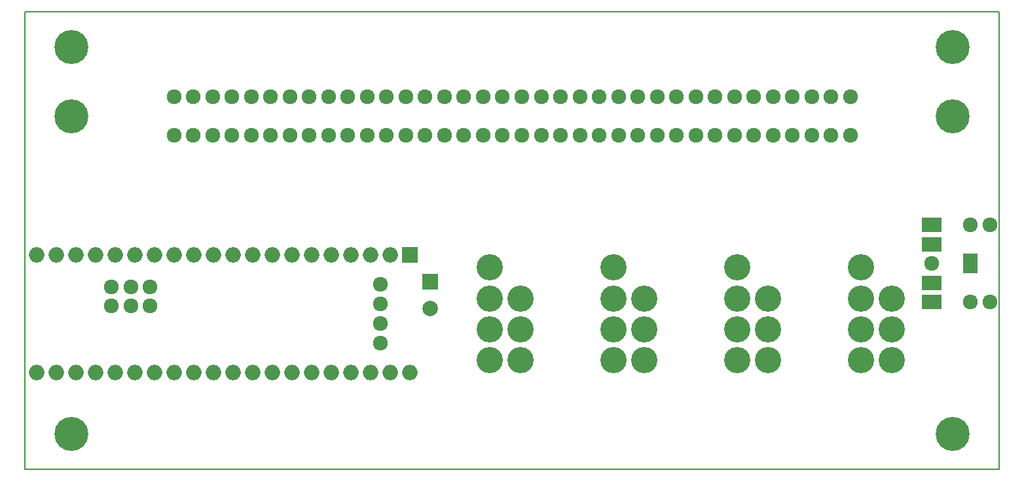
<source format=gbr>
G04 #@! TF.GenerationSoftware,KiCad,Pcbnew,5.1.5+dfsg1-2build2*
G04 #@! TF.CreationDate,2023-04-13T23:09:07-05:00*
G04 #@! TF.ProjectId,NES_backup,4e45535f-6261-4636-9b75-702e6b696361,rev?*
G04 #@! TF.SameCoordinates,Original*
G04 #@! TF.FileFunction,Soldermask,Bot*
G04 #@! TF.FilePolarity,Negative*
%FSLAX46Y46*%
G04 Gerber Fmt 4.6, Leading zero omitted, Abs format (unit mm)*
G04 Created by KiCad (PCBNEW 5.1.5+dfsg1-2build2) date 2023-04-13 23:09:07*
%MOMM*%
%LPD*%
G04 APERTURE LIST*
%ADD10C,0.150000*%
%ADD11C,1.924000*%
%ADD12R,2.000000X2.000000*%
%ADD13O,2.000000X2.000000*%
%ADD14C,3.400000*%
%ADD15C,2.000000*%
%ADD16C,4.400000*%
%ADD17R,1.900000X2.600000*%
%ADD18R,2.600000X1.900000*%
G04 APERTURE END LIST*
D10*
X211500000Y-150700000D02*
X211500000Y-91500000D01*
X85500000Y-150700000D02*
X85500000Y-91500000D01*
X85500000Y-91500000D02*
X211500000Y-91500000D01*
X85500000Y-150700000D02*
X211500000Y-150700000D01*
D11*
X96700000Y-127100000D03*
X99200000Y-127100000D03*
X101700000Y-127100000D03*
D12*
X135300000Y-123000000D03*
D13*
X87040000Y-138240000D03*
X132760000Y-123000000D03*
X89580000Y-138240000D03*
X130220000Y-123000000D03*
X92120000Y-138240000D03*
X127680000Y-123000000D03*
X94660000Y-138240000D03*
X125140000Y-123000000D03*
X97200000Y-138240000D03*
X122600000Y-123000000D03*
X99740000Y-138240000D03*
X120060000Y-123000000D03*
X102280000Y-138240000D03*
X117520000Y-123000000D03*
X104820000Y-138240000D03*
X114980000Y-123000000D03*
X107360000Y-138240000D03*
X112440000Y-123000000D03*
X109900000Y-138240000D03*
X109900000Y-123000000D03*
X112440000Y-138240000D03*
X107360000Y-123000000D03*
X114980000Y-138240000D03*
X104820000Y-123000000D03*
X117520000Y-138240000D03*
X102280000Y-123000000D03*
X120060000Y-138240000D03*
X99740000Y-123000000D03*
X122600000Y-138240000D03*
X97200000Y-123000000D03*
X125140000Y-138240000D03*
X94660000Y-123000000D03*
X127680000Y-138240000D03*
X92120000Y-123000000D03*
X130220000Y-138240000D03*
X89580000Y-123000000D03*
X132760000Y-138240000D03*
X87040000Y-123000000D03*
X135300000Y-138240000D03*
D11*
X131490000Y-134430000D03*
X131490000Y-131890000D03*
X131490000Y-129350000D03*
X131490000Y-126810000D03*
X101700000Y-129600000D03*
X99200000Y-129600000D03*
X96700000Y-129600000D03*
D14*
X145600000Y-132600000D03*
X145600000Y-128600000D03*
X149600000Y-132600000D03*
X149600000Y-128600000D03*
X145600000Y-136600000D03*
X149600000Y-136600000D03*
X145600000Y-124600000D03*
X161600000Y-124600000D03*
X165600000Y-136600000D03*
X161600000Y-136600000D03*
X165600000Y-128600000D03*
X165600000Y-132600000D03*
X161600000Y-128600000D03*
X161600000Y-132600000D03*
D12*
X137900000Y-126400000D03*
D15*
X137900000Y-129900000D03*
D16*
X91501100Y-105003600D03*
D11*
X192251100Y-107503600D03*
X189751100Y-107503600D03*
X187251100Y-107503600D03*
X184751100Y-107503600D03*
X182251100Y-107503600D03*
X179751100Y-107503600D03*
X177251100Y-107503600D03*
X174751100Y-107503600D03*
X172251100Y-107503600D03*
X169751100Y-107503600D03*
X167251100Y-107503600D03*
X164751100Y-107503600D03*
X162251100Y-107503600D03*
X159751100Y-107503600D03*
X157251100Y-107503600D03*
X154751100Y-107503600D03*
X152251100Y-107503600D03*
X149751100Y-107503600D03*
X147251100Y-107503600D03*
X144751100Y-107503600D03*
X142251100Y-107503600D03*
X139751100Y-107503600D03*
X137251100Y-107503600D03*
X134751100Y-107503600D03*
X132251100Y-107503600D03*
X129751100Y-107503600D03*
X127251100Y-107503600D03*
X124751100Y-107503600D03*
X122251100Y-107503600D03*
X119751100Y-107503600D03*
X117251100Y-107503600D03*
X114751100Y-107503600D03*
X112251100Y-107503600D03*
X109751100Y-107503600D03*
X107251100Y-107503600D03*
X104751100Y-107503600D03*
X192251100Y-102503600D03*
X189751100Y-102503600D03*
X187251100Y-102503600D03*
X184751100Y-102503600D03*
X182251100Y-102503600D03*
X179751100Y-102503600D03*
X177251100Y-102503600D03*
X174751100Y-102503600D03*
X172251100Y-102503600D03*
X169751100Y-102503600D03*
X167251100Y-102503600D03*
X164751100Y-102503600D03*
X162251100Y-102503600D03*
X159751100Y-102503600D03*
X157251100Y-102503600D03*
X154751100Y-102503600D03*
X152251100Y-102503600D03*
X149751100Y-102503600D03*
X147251100Y-102503600D03*
X144751100Y-102503600D03*
X142251100Y-102503600D03*
X139751100Y-102503600D03*
X137251100Y-102503600D03*
X134751100Y-102503600D03*
X132251100Y-102503600D03*
X129751100Y-102503600D03*
X127251100Y-102503600D03*
X124751100Y-102503600D03*
X122251100Y-102503600D03*
X119751100Y-102503600D03*
X117251100Y-102503600D03*
X114751100Y-102503600D03*
X112251100Y-102503600D03*
X109751100Y-102503600D03*
X107251100Y-102503600D03*
X104751100Y-102503600D03*
D16*
X205501100Y-105003600D03*
X205500000Y-96000000D03*
X91500000Y-96000000D03*
X205500000Y-146200000D03*
D11*
X202750000Y-124100000D03*
X207750000Y-119100000D03*
X207750000Y-129100000D03*
X210250000Y-119100000D03*
X210250000Y-129100000D03*
D17*
X207750000Y-124100000D03*
D18*
X202750000Y-121600000D03*
X202750000Y-126600000D03*
X202750000Y-129100000D03*
X202750000Y-119100000D03*
D16*
X91500000Y-146200000D03*
D14*
X177600000Y-132600000D03*
X177600000Y-128600000D03*
X181600000Y-132600000D03*
X181600000Y-128600000D03*
X177600000Y-136600000D03*
X181600000Y-136600000D03*
X177600000Y-124600000D03*
X193600000Y-124600000D03*
X197600000Y-136600000D03*
X193600000Y-136600000D03*
X197600000Y-128600000D03*
X197600000Y-132600000D03*
X193600000Y-128600000D03*
X193600000Y-132600000D03*
M02*

</source>
